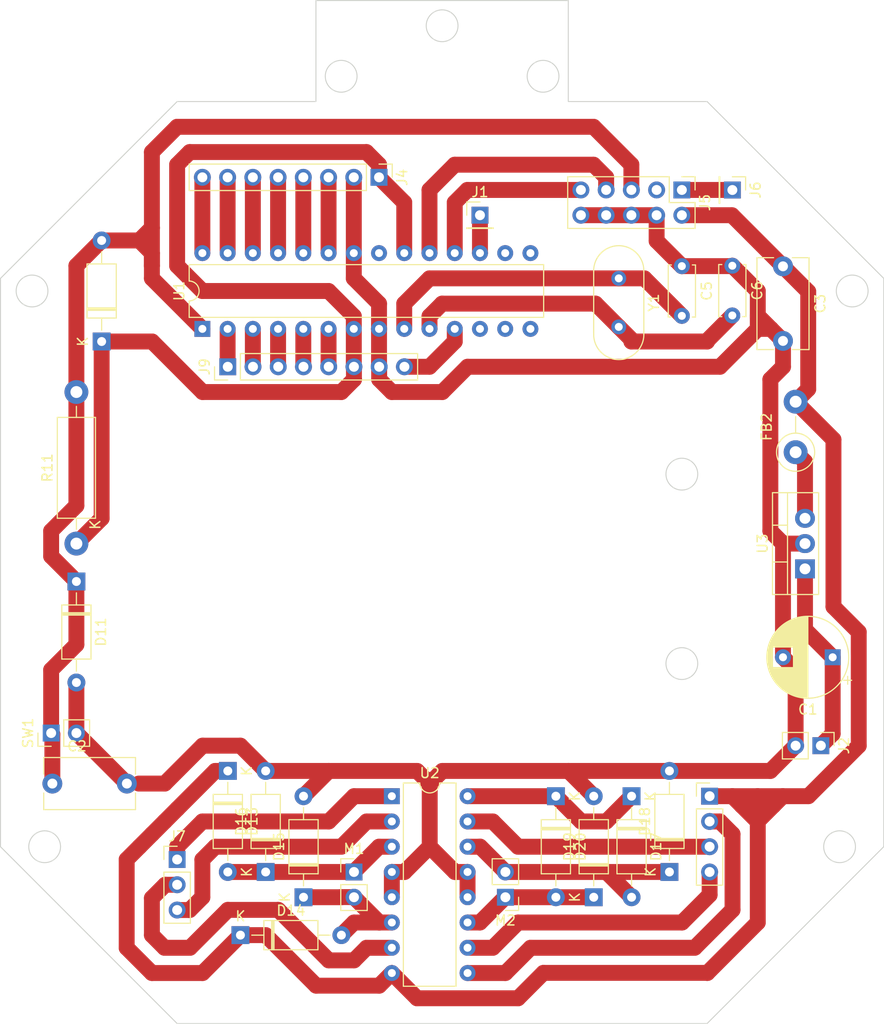
<source format=kicad_pcb>
(kicad_pcb (version 20221018) (generator pcbnew)
  (layers (0 "F.Cu" signal) (31 "B.Cu" signal) (34 "B.Paste" user) (35 "F.Paste" user) (36 "B.SilkS" user "B.Silkscreen") (37 "F.SilkS" user "F.Silkscreen") (38 "B.Mask" user) (39 "F.Mask" user) (44 "Edge.Cuts" user))
  (net 0 "")
  (net 1 "Net-(J2-Pin_1)")
  (net 2 "GND")
  (net 3 "Net-(D11-K)")
  (net 4 "VCC")
  (net 5 "Net-(U1-XTAL1{slash}PB6)")
  (net 6 "Net-(U1-XTAL2{slash}PB7)")
  (net 7 "Net-(D13-A)")
  (net 8 "Net-(D14-A)")
  (net 9 "Net-(D17-A)")
  (net 10 "Net-(D19-K)")
  (net 11 "Net-(U3-OUT)")
  (net 18 "Net-(J4-Pin_3)")
  (net 19 "Net-(J4-Pin_4)")
  (net 20 "Net-(J4-Pin_5)")
  (net 21 "Net-(J4-Pin_6)")
  (net 22 "Net-(J4-Pin_7)")
  (net 23 "Net-(J4-Pin_8)")
  (net 24 "Net-(J1-Pin_1)")
  (net 26 "Net-(J5-Pin_7)")
  (net 27 "Net-(J5-Pin_9)")
  (net 28 "Net-(J7-Pin_1)")
  (net 29 "Net-(J7-Pin_2)")
  (net 30 "Net-(J5-Pin_1)")
  (net 31 "Net-(J7-Pin_3)")
  (net 32 "Net-(J8-Pin_2)")
  (net 33 "Net-(J8-Pin_3)")
  (net 34 "Net-(J9-Pin_1)")
  (net 35 "Net-(J9-Pin_2)")
  (net 36 "Net-(J9-Pin_3)")
  (net 37 "Net-(J9-Pin_4)")
  (net 38 "Net-(J9-Pin_5)")
  (net 39 "Net-(J9-Pin_8)")
  (net 40 "Net-(J8-Pin_4)")
  (footprint "Diode_THT:D_A-405_P10.16mm_Horizontal" (layer "F.Cu") (at 92.73 133.35 -90)
    (fp_text reference "D13" (at 5.08 -2.47 90) (layer "F.SilkS"))
    (fp_text value "D")
    (fp_text user "K" (at 0 -1.9 90) (layer "F.SilkS"))
    (pad "1" thru_hole rect (at 0 0 270) (size 1.8 1.8) (drill 0.9) (layers "*.Cu" "*.Mask") (net 4 "VCC"))
    (pad "2" thru_hole oval (at 10.16 0 270) (size 1.8 1.8) (drill 0.9) (layers "*.Cu" "*.Mask") (net 7 "Net-(D13-A)"))
  )
  (footprint "Connector_PinHeader_2.54mm:PinHeader_1x01_P2.54mm_Vertical" (layer "F.Cu") (at 143.515 74.935 -90)
    (fp_text reference "J6" (at 0 -2.33 90) (layer "F.SilkS"))
    (fp_text value "Conn_01x01_Socket")
    (pad "1" thru_hole rect (at 0 0 270) (size 1.7 1.7) (drill 1) (layers "*.Cu" "*.Mask") (net 30 "Net-(J5-Pin_1)"))
  )
  (footprint "Diode_THT:D_A-405_P10.16mm_Horizontal" (layer "F.Cu") (at 96.54 143.51 90)
    (fp_text reference "D16" (at 5.08 -2.47 90) (layer "F.SilkS"))
    (fp_text value "D")
    (fp_text user "K" (at 0 -1.9 90) (layer "F.SilkS"))
    (pad "1" thru_hole rect (at 0 0 90) (size 1.8 1.8) (drill 0.9) (layers "*.Cu" "*.Mask") (net 7 "Net-(D13-A)"))
    (pad "2" thru_hole oval (at 10.16 0 90) (size 1.8 1.8) (drill 0.9) (layers "*.Cu" "*.Mask") (net 2 "GND"))
  )
  (footprint "Package_TO_SOT_THT:TO-220-3_Vertical" (layer "F.Cu") (at 150.825 113.03 90)
    (fp_text reference "U3" (at 2.54 -4.27 90) (layer "F.SilkS"))
    (fp_text value "L7805")
    (pad "1" thru_hole rect (at 0 0 90) (size 1.905 2) (drill 1.1) (layers "*.Cu" "*.Mask") (net 1 "Net-(J2-Pin_1)"))
    (pad "2" thru_hole oval (at 2.54 0 90) (size 1.905 2) (drill 1.1) (layers "*.Cu" "*.Mask") (net 2 "GND"))
    (pad "3" thru_hole oval (at 5.08 0 90) (size 1.905 2) (drill 1.1) (layers "*.Cu" "*.Mask") (net 11 "Net-(U3-OUT)"))
  )
  (footprint "Diode_THT:D_A-405_P10.16mm_Horizontal" (layer "F.Cu") (at 125.75 135.89 -90)
    (fp_text reference "D20" (at 5.08 -2.47 90) (layer "F.SilkS"))
    (fp_text value "D")
    (fp_text user "K" (at 0 -1.9 90) (layer "F.SilkS"))
    (pad "1" thru_hole rect (at 0 0 270) (size 1.8 1.8) (drill 0.9) (layers "*.Cu" "*.Mask") (net 4 "VCC"))
    (pad "2" thru_hole oval (at 10.16 0 270) (size 1.8 1.8) (drill 0.9) (layers "*.Cu" "*.Mask") (net 10 "Net-(D19-K)"))
  )
  (footprint "Connector_PinHeader_2.54mm:PinHeader_1x03_P2.54mm_Vertical" (layer "F.Cu") (at 87.63 142.255)
    (fp_text reference "J7" (at 0 -2.33) (layer "F.SilkS"))
    (fp_text value "Conn_01x03_Socket")
    (pad "1" thru_hole rect (at 0 0) (size 1.7 1.7) (drill 1) (layers "*.Cu" "*.Mask") (net 28 "Net-(J7-Pin_1)"))
    (pad "2" thru_hole oval (at 0 2.54) (size 1.7 1.7) (drill 1) (layers "*.Cu" "*.Mask") (net 29 "Net-(J7-Pin_2)"))
    (pad "3" thru_hole oval (at 0 5.08) (size 1.7 1.7) (drill 1) (layers "*.Cu" "*.Mask") (net 31 "Net-(J7-Pin_3)"))
  )
  (footprint "Resistor_THT:R_Axial_DIN0411_L9.9mm_D3.6mm_P5.08mm_Vertical" (layer "F.Cu") (at 149.88 101.3 90)
    (fp_text reference "FB2" (at 2.54 -2.92 90) (layer "F.SilkS"))
    (fp_text value "FerriteBead")
    (pad "1" thru_hole circle (at 0 0 90) (size 2.4 2.4) (drill 1.2) (layers "*.Cu" "*.Mask") (net 11 "Net-(U3-OUT)"))
    (pad "2" thru_hole oval (at 5.08 0 90) (size 2.4 2.4) (drill 1.2) (layers "*.Cu" "*.Mask") (net 4 "VCC"))
  )
  (footprint "Connector_PinHeader_2.54mm:PinHeader_1x02_P2.54mm_Vertical" (layer "F.Cu") (at 105.43 143.51)
    (fp_text reference "M1" (at 0 -2.33) (layer "F.SilkS"))
    (fp_text value "Motor_DC")
    (pad "1" thru_hole rect (at 0 0) (size 1.7 1.7) (drill 1) (layers "*.Cu" "*.Mask") (net 7 "Net-(D13-A)"))
    (pad "2" thru_hole oval (at 0 2.54) (size 1.7 1.7) (drill 1) (layers "*.Cu" "*.Mask") (net 8 "Net-(D14-A)"))
  )
  (footprint "Connector_PinHeader_2.54mm:PinHeader_1x02_P2.54mm_Vertical" (layer "F.Cu") (at 152.42 130.81 -90)
    (fp_text reference "J2" (at 0 -2.33 90) (layer "F.SilkS"))
    (fp_text value "Conn_01x02_Socket")
    (pad "1" thru_hole rect (at 0 0 270) (size 1.7 1.7) (drill 1) (layers "*.Cu" "*.Mask") (net 1 "Net-(J2-Pin_1)"))
    (pad "2" thru_hole oval (at 0 2.54 270) (size 1.7 1.7) (drill 1) (layers "*.Cu" "*.Mask") (net 2 "GND"))
  )
  (footprint "Diode_THT:D_A-405_P10.16mm_Horizontal" (layer "F.Cu") (at 77.49 114.3 -90)
    (fp_text reference "D11" (at 5.08 -2.47 90) (layer "F.SilkS"))
    (fp_text value "D")
    (fp_text user "K" (at -5.715 -1.9 90) (layer "F.SilkS"))
    (pad "1" thru_hole rect (at 0 0 270) (size 1.8 1.8) (drill 0.9) (layers "*.Cu" "*.Mask") (net 3 "Net-(D11-K)"))
    (pad "2" thru_hole oval (at 10.16 0 270) (size 1.8 1.8) (drill 0.9) (layers "*.Cu" "*.Mask") (net 2 "GND"))
  )
  (footprint "Diode_THT:D_A-405_P10.16mm_Horizontal" (layer "F.Cu") (at 133.37 135.89 -90)
    (fp_text reference "D17" (at 5.08 -2.47 90) (layer "F.SilkS"))
    (fp_text value "D")
    (fp_text user "K" (at 0 -1.9 90) (layer "F.SilkS"))
    (pad "1" thru_hole rect (at 0 0 270) (size 1.8 1.8) (drill 0.9) (layers "*.Cu" "*.Mask") (net 4 "VCC"))
    (pad "2" thru_hole oval (at 10.16 0 270) (size 1.8 1.8) (drill 0.9) (layers "*.Cu" "*.Mask") (net 9 "Net-(D17-A)"))
  )
  (footprint "Package_DIP:DIP-16_W7.62mm" (layer "F.Cu") (at 109.24 135.89)
    (fp_text reference "U2" (at 3.81 -2.33) (layer "F.SilkS"))
    (fp_text value "L293D")
    (pad "1" thru_hole rect (at 0 0) (size 1.6 1.6) (drill 0.8) (layers "*.Cu" "*.Mask") (net 28 "Net-(J7-Pin_1)"))
    (pad "2" thru_hole oval (at 0 2.54) (size 1.6 1.6) (drill 0.8) (layers "*.Cu" "*.Mask") (net 31 "Net-(J7-Pin_3)"))
    (pad "3" thru_hole oval (at 0 5.08) (size 1.6 1.6) (drill 0.8) (layers "*.Cu" "*.Mask") (net 7 "Net-(D13-A)"))
    (pad "4" thru_hole oval (at 0 7.62) (size 1.6 1.6) (drill 0.8) (layers "*.Cu" "*.Mask") (net 2 "GND"))
    (pad "5" thru_hole oval (at 0 10.16) (size 1.6 1.6) (drill 0.8) (layers "*.Cu" "*.Mask") (net 2 "GND"))
    (pad "6" thru_hole oval (at 0 12.7) (size 1.6 1.6) (drill 0.8) (layers "*.Cu" "*.Mask") (net 8 "Net-(D14-A)"))
    (pad "7" thru_hole oval (at 0 15.24) (size 1.6 1.6) (drill 0.8) (layers "*.Cu" "*.Mask") (net 29 "Net-(J7-Pin_2)"))
    (pad "8" thru_hole oval (at 0 17.78) (size 1.6 1.6) (drill 0.8) (layers "*.Cu" "*.Mask") (net 4 "VCC"))
    (pad "9" thru_hole oval (at 7.62 17.78) (size 1.6 1.6) (drill 0.8) (layers "*.Cu" "*.Mask") (net 32 "Net-(J8-Pin_2)"))
    (pad "10" thru_hole oval (at 7.62 15.24) (size 1.6 1.6) (drill 0.8) (layers "*.Cu" "*.Mask") (net 40 "Net-(J8-Pin_4)"))
    (pad "11" thru_hole oval (at 7.62 12.7) (size 1.6 1.6) (drill 0.8) (layers "*.Cu" "*.Mask") (net 10 "Net-(D19-K)"))
    (pad "12" thru_hole oval (at 7.62 10.16) (size 1.6 1.6) (drill 0.8) (layers "*.Cu" "*.Mask") (net 2 "GND"))
    (pad "13" thru_hole oval (at 7.62 7.62) (size 1.6 1.6) (drill 0.8) (layers "*.Cu" "*.Mask") (net 2 "GND"))
    (pad "14" thru_hole oval (at 7.62 5.08) (size 1.6 1.6) (drill 0.8) (layers "*.Cu" "*.Mask") (net 9 "Net-(D17-A)"))
    (pad "15" thru_hole oval (at 7.62 2.54) (size 1.6 1.6) (drill 0.8) (layers "*.Cu" "*.Mask") (net 33 "Net-(J8-Pin_3)"))
    (pad "16" thru_hole oval (at 7.62 0) (size 1.6 1.6) (drill 0.8) (layers "*.Cu" "*.Mask") (net 4 "VCC"))
  )
  (footprint "Diode_THT:D_A-405_P10.16mm_Horizontal" (layer "F.Cu") (at 137.18 143.51 90)
    (fp_text reference "D18" (at 5.08 -2.47 90) (layer "F.SilkS"))
    (fp_text value "D")
    (fp_text user "K" (at 0 -1.9 90) (layer "F.SilkS"))
    (pad "1" thru_hole rect (at 0 0 90) (size 1.8 1.8) (drill 0.9) (layers "*.Cu" "*.Mask") (net 9 "Net-(D17-A)"))
    (pad "2" thru_hole oval (at 10.16 0 90) (size 1.8 1.8) (drill 0.9) (layers "*.Cu" "*.Mask") (net 2 "GND"))
  )
  (footprint "Capacitor_THT:C_Disc_D5.0mm_W2.5mm_P5.00mm" (layer "F.Cu") (at 143.51 82.55 -90)
    (fp_text reference "C6" (at 2.5 -2.5 90) (layer "F.SilkS"))
    (fp_text value "22pF")
    (pad "1" thru_hole circle (at 0 0 270) (size 1.6 1.6) (drill 0.8) (layers "*.Cu" "*.Mask") (net 2 "GND"))
    (pad "2" thru_hole circle (at 5 0 270) (size 1.6 1.6) (drill 0.8) (layers "*.Cu" "*.Mask") (net 6 "Net-(U1-XTAL2{slash}PB7)"))
  )
  (footprint "Diode_THT:D_A-405_P10.16mm_Horizontal" (layer "F.Cu") (at 94 149.86)
    (fp_text reference "D14" (at 5.08 -2.47) (layer "F.SilkS"))
    (fp_text value "D")
    (fp_text user "K" (at 0 -1.9) (layer "F.SilkS"))
    (pad "1" thru_hole rect (at 0 0) (size 1.8 1.8) (drill 0.9) (layers "*.Cu" "*.Mask") (net 4 "VCC"))
    (pad "2" thru_hole oval (at 10.16 0) (size 1.8 1.8) (drill 0.9) (layers "*.Cu" "*.Mask") (net 8 "Net-(D14-A)"))
  )
  (footprint "Diode_THT:D_A-405_P10.16mm_Horizontal" (layer "F.Cu") (at 100.35 146.05 90)
    (fp_text reference "D15" (at 5.08 -2.47 90) (layer "F.SilkS"))
    (fp_text value "D")
    (fp_text user "K" (at 0 -1.9 90) (layer "F.SilkS"))
    (pad "1" thru_hole rect (at 0 0 90) (size 1.8 1.8) (drill 0.9) (layers "*.Cu" "*.Mask") (net 8 "Net-(D14-A)"))
    (pad "2" thru_hole oval (at 10.16 0 90) (size 1.8 1.8) (drill 0.9) (layers "*.Cu" "*.Mask") (net 2 "GND"))
  )
  (footprint "Connector_PinHeader_2.54mm:PinHeader_2x05_P2.54mm_Vertical" (layer "F.Cu") (at 138.43 74.93 -90)
    (fp_text reference "J5" (at 1.27 -2.33 90) (layer "F.SilkS"))
    (fp_text value "Conn_02x05_Odd_Even")
    (pad "1" thru_hole rect (at 0 0 270) (size 1.7 1.7) (drill 1) (layers "*.Cu" "*.Mask") (net 30 "Net-(J5-Pin_1)"))
    (pad "2" thru_hole oval (at 2.54 0 270) (size 1.7 1.7) (drill 1) (layers "*.Cu" "*.Mask") (net 4 "VCC"))
    (pad "3" thru_hole oval (at 0 2.54 270) (size 1.7 1.7) (drill 1) (layers "*.Cu" "*.Mask"))
    (pad "4" thru_hole oval (at 2.54 2.54 270) (size 1.7 1.7) (drill 1) (layers "*.Cu" "*.Mask") (net 2 "GND"))
    (pad "5" thru_hole oval (at 0 5.08 270) (size 1.7 1.7) (drill 1) (layers "*.Cu" "*.Mask") (net 3 "Net-(D11-K)"))
    (pad "6" thru_hole oval (at 2.54 5.08 270) (size 1.7 1.7) (drill 1) (layers "*.Cu" "*.Mask") (net 2 "GND"))
    (pad "7" thru_hole oval (at 0 7.62 270) (size 1.7 1.7) (drill 1) (layers "*.Cu" "*.Mask") (net 26 "Net-(J5-Pin_7)"))
    (pad "8" thru_hole oval (at 2.54 7.62 270) (size 1.7 1.7) (drill 1) (layers "*.Cu" "*.Mask") (net 2 "GND"))
    (pad "9" thru_hole oval (at 0 10.16 270) (size 1.7 1.7) (drill 1) (layers "*.Cu" "*.Mask") (net 27 "Net-(J5-Pin_9)"))
    (pad "10" thru_hole oval (at 2.54 10.16 270) (size 1.7 1.7) (drill 1) (layers "*.Cu" "*.Mask") (net 2 "GND"))
  )
  (footprint "Connector_PinHeader_2.54mm:PinHeader_1x02_P2.54mm_Vertical" (layer "F.Cu") (at 120.67 146.05 180)
    (fp_text reference "M2" (at 0 -2.33) (layer "F.SilkS"))
    (fp_text value "Motor_DC")
    (pad "1" thru_hole rect (at 0 0 180) (size 1.7 1.7) (drill 1) (layers "*.Cu" "*.Mask") (net 10 "Net-(D19-K)"))
    (pad "2" thru_hole oval (at 0 2.54 180) (size 1.7 1.7) (drill 1) (layers "*.Cu" "*.Mask") (net 9 "Net-(D17-A)"))
  )
  (footprint "Connector_PinHeader_2.54mm:PinHeader_1x08_P2.54mm_Vertical" (layer "F.Cu") (at 107.95 73.66 -90)
    (fp_text reference "J4" (at 0 -2.33 90) (layer "F.SilkS"))
    (fp_text value "Conn_01x08_Socket")
    (pad "1" thru_hole rect (at 0 0 270) (size 1.7 1.7) (drill 1) (layers "*.Cu" "*.Mask") (net 4 "VCC"))
    (pad "2" thru_hole oval (at 0 2.54 270) (size 1.7 1.7) (drill 1) (layers "*.Cu" "*.Mask") (net 2 "GND"))
    (pad "3" thru_hole oval (at 0 5.08 270) (size 1.7 1.7) (drill 1) (layers "*.Cu" "*.Mask") (net 18 "Net-(J4-Pin_3)"))
    (pad "4" thru_hole oval (at 0 7.62 270) (size 1.7 1.7) (drill 1) (layers "*.Cu" "*.Mask") (net 19 "Net-(J4-Pin_4)"))
    (pad "5" thru_hole oval (at 0 10.16 270) (size 1.7 1.7) (drill 1) (layers "*.Cu" "*.Mask") (net 20 "Net-(J4-Pin_5)"))
    (pad "6" thru_hole oval (at 0 12.7 270) (size 1.7 1.7) (drill 1) (layers "*.Cu" "*.Mask") (net 21 "Net-(J4-Pin_6)"))
    (pad "7" thru_hole oval (at 0 15.24 270) (size 1.7 1.7) (drill 1) (layers "*.Cu" "*.Mask") (net 22 "Net-(J4-Pin_7)"))
    (pad "8" thru_hole oval (at 0 17.78 270) (size 1.7 1.7) (drill 1) (layers "*.Cu" "*.Mask") (net 23 "Net-(J4-Pin_8)"))
  )
  (footprint "Resistor_THT:R_Axial_DIN0411_L9.9mm_D3.6mm_P15.24mm_Horizontal" (layer "F.Cu") (at 77.49 110.49 90)
    (fp_text reference "R11" (at 7.62 -2.92 90) (layer "F.SilkS"))
    (fp_text value "4.7k")
    (pad "1" thru_hole circle (at 0 0 90) (size 2.4 2.4) (drill 1.2) (layers "*.Cu" "*.Mask") (net 4 "VCC"))
    (pad "2" thru_hole oval (at 15.24 0 90) (size 2.4 2.4) (drill 1.2) (layers "*.Cu" "*.Mask") (net 3 "Net-(D11-K)"))
  )
  (footprint "Diode_THT:D_A-405_P10.16mm_Horizontal" (layer "F.Cu") (at 80.03 90.17 90)
    (fp_text reference "D8" hide)
    (fp_text value "D")
    (fp_text user "K" (at 0 -1.9 90) (layer "F.SilkS"))
    (pad "1" thru_hole rect (at 0 0 90) (size 1.8 1.8) (drill 0.9) (layers "*.Cu" "*.Mask") (net 4 "VCC"))
    (pad "2" thru_hole oval (at 10.16 0 90) (size 1.8 1.8) (drill 0.9) (layers "*.Cu" "*.Mask") (net 3 "Net-(D11-K)"))
  )
  (footprint "Capacitor_THT:C_Disc_D9.0mm_W5.0mm_P7.50mm" (layer "F.Cu") (at 75.07 134.62)
    (fp_text reference "C2" (at 2.48 -3.75) (layer "F.SilkS"))
    (fp_text value "100nF")
    (pad "1" thru_hole circle (at 0 0) (size 2 2) (drill 1) (layers "*.Cu" "*.Mask") (net 3 "Net-(D11-K)"))
    (pad "2" thru_hole circle (at 7.5 0) (size 2 2) (drill 1) (layers "*.Cu" "*.Mask") (net 2 "GND"))
  )
  (footprint "Connector_PinHeader_2.54mm:PinHeader_1x04_P2.54mm_Vertical" (layer "F.Cu") (at 141.224 135.89)
    (fp_text reference "J8" hide)
    (fp_text value "Conn_01x04_Socket")
    (pad "1" thru_hole rect (at 0 0) (size 1.7 1.7) (drill 1) (layers "*.Cu" "*.Mask") (net 4 "VCC"))
    (pad "2" thru_hole oval (at 0 2.54) (size 1.7 1.7) (drill 1) (layers "*.Cu" "*.Mask") (net 32 "Net-(J8-Pin_2)"))
    (pad "3" thru_hole oval (at 0 5.08) (size 1.7 1.7) (drill 1) (layers "*.Cu" "*.Mask") (net 33 "Net-(J8-Pin_3)"))
    (pad "4" thru_hole oval (at 0 7.62) (size 1.7 1.7) (drill 1) (layers "*.Cu" "*.Mask") (net 40 "Net-(J8-Pin_4)"))
  )
  (footprint "Capacitor_THT:C_Disc_D9.0mm_W5.0mm_P7.50mm" (layer "F.Cu") (at 148.61 82.61 -90)
    (fp_text reference "C3" (at 3.75 -3.75 90) (layer "F.SilkS"))
    (fp_text value "100nF")
    (pad "1" thru_hole circle (at 0 0 270) (size 2 2) (drill 1) (layers "*.Cu" "*.Mask") (net 4 "VCC"))
    (pad "2" thru_hole circle (at 7.5 0 270) (size 2 2) (drill 1) (layers "*.Cu" "*.Mask") (net 2 "GND"))
  )
  (footprint "Capacitor_THT:C_Disc_D5.0mm_W2.5mm_P5.00mm" (layer "F.Cu") (at 138.43 82.59 -90)
    (fp_text reference "C5" (at 2.5 -2.5 90) (layer "F.SilkS"))
    (fp_text value "22pF")
    (pad "1" thru_hole circle (at 0 0 270) (size 1.6 1.6) (drill 0.8) (layers "*.Cu" "*.Mask") (net 2 "GND"))
    (pad "2" thru_hole circle (at 5 0 270) (size 1.6 1.6) (drill 0.8) (layers "*.Cu" "*.Mask") (net 5 "Net-(U1-XTAL1{slash}PB6)"))
  )
  (footprint "Crystal:Crystal_HC49-4H_Vertical" (layer "F.Cu") (at 132.08 83.82 -90)
    (fp_text reference "Y1" (at 2.44 -3.525 90) (layer "F.SilkS"))
    (fp_text value "Crystal")
    (pad "1" thru_hole circle (at 0 0 270) (size 1.5 1.5) (drill 0.8) (layers "*.Cu" "*.Mask") (net 5 "Net-(U1-XTAL1{slash}PB6)"))
    (pad "2" thru_hole circle (at 4.88 0 270) (size 1.5 1.5) (drill 0.8) (layers "*.Cu" "*.Mask") (net 6 "Net-(U1-XTAL2{slash}PB7)"))
  )
  (footprint "Connector_PinHeader_2.54mm:PinHeader_1x01_P2.54mm_Vertical" (layer "F.Cu") (at 118.11 77.47)
    (fp_text reference "J1" (at 0 -2.33) (layer "F.SilkS"))
    (fp_text value "Conn_01x01_Socket")
    (pad "1" thru_hole rect (at 0 0) (size 1.7 1.7) (drill 1) (layers "*.Cu" "*.Mask") (net 24 "Net-(J1-Pin_1)"))
  )
  (footprint "Package_DIP:DIP-28_W7.62mm" (layer "F.Cu") (at 90.17 88.9 90)
    (fp_text reference "U1" (at 3.81 -2.33 90) (layer "F.SilkS"))
    (fp_text value "ATmega328-P")
    (pad "1" thru_hole rect (at 0 0 90) (size 1.6 1.6) (drill 0.8) (layers "*.Cu" "*.Mask") (net 3 "Net-(D11-K)"))
    (pad "2" thru_hole oval (at 0 2.54 90) (size 1.6 1.6) (drill 0.8) (layers "*.Cu" "*.Mask") (net 34 "Net-(J9-Pin_1)"))
    (pad "3" thru_hole oval (at 0 5.08 90) (size 1.6 1.6) (drill 0.8) (layers "*.Cu" "*.Mask") (net 35 "Net-(J9-Pin_2)"))
    (pad "4" thru_hole oval (at 0 7.62 90) (size 1.6 1.6) (drill 0.8) (layers "*.Cu" "*.Mask") (net 36 "Net-(J9-Pin_3)"))
    (pad "5" thru_hole oval (at 0 10.16 90) (size 1.6 1.6) (drill 0.8) (layers "*.Cu" "*.Mask") (net 37 "Net-(J9-Pin_4)"))
    (pad "6" thru_hole oval (at 0 12.7 90) (size 1.6 1.6) (drill 0.8) (layers "*.Cu" "*.Mask") (net 38 "Net-(J9-Pin_5)"))
    (pad "7" thru_hole oval (at 0 15.24 90) (size 1.6 1.6) (drill 0.8) (layers "*.Cu" "*.Mask") (net 4 "VCC"))
    (pad "8" thru_hole oval (at 0 17.78 90) (size 1.6 1.6) (drill 0.8) (layers "*.Cu" "*.Mask") (net 2 "GND"))
    (pad "9" thru_hole oval (at 0 20.32 90) (size 1.6 1.6) (drill 0.8) (layers "*.Cu" "*.Mask") (net 5 "Net-(U1-XTAL1{slash}PB6)"))
    (pad "10" thru_hole oval (at 0 22.86 90) (size 1.6 1.6) (drill 0.8) (layers "*.Cu" "*.Mask") (net 6 "Net-(U1-XTAL2{slash}PB7)"))
    (pad "11" thru_hole oval (at 0 25.4 90) (size 1.6 1.6) (drill 0.8) (layers "*.Cu" "*.Mask") (net 39 "Net-(J9-Pin_8)"))
    (pad "12" thru_hole oval (at 0 27.94 90) (size 1.6 1.6) (drill 0.8) (layers "*.Cu" "*.Mask"))
    (pad "13" thru_hole oval (at 0 30.48 90) (size 1.6 1.6) (drill 0.8) (layers "*.Cu" "*.Mask"))
    (pad "14" thru_hole oval (at 0 33.02 90) (size 1.6 1.6) (drill 0.8) (layers "*.Cu" "*.Mask"))
    (pad "15" thru_hole oval (at 7.62 33.02 90) (size 1.6 1.6) (drill 0.8) (layers "*.Cu" "*.Mask"))
    (pad "16" thru_hole oval (at 7.62 30.48 90) (size 1.6 1.6) (drill 0.8) (layers "*.Cu" "*.Mask"))
    (pad "17" thru_hole oval (at 7.62 27.94 90) (size 1.6 1.6) (drill 0.8) (layers "*.Cu" "*.Mask") (net 24 "Net-(J1-Pin_1)"))
    (pad "18" thru_hole oval (at 7.62 25.4 90) (size 1.6 1.6) (drill 0.8) (layers "*.Cu" "*.Mask") (net 27 "Net-(J5-Pin_9)"))
    (pad "19" thru_hole oval (at 7.62 22.86 90) (size 1.6 1.6) (drill 0.8) (layers "*.Cu" "*.Mask") (net 26 "Net-(J5-Pin_7)"))
    (pad "20" thru_hole oval (at 7.62 20.32 90) (size 1.6 1.6) (drill 0.8) (layers "*.Cu" "*.Mask") (net 4 "VCC"))
    (pad "21" thru_hole oval (at 7.62 17.78 90) (size 1.6 1.6) (drill 0.8) (layers "*.Cu" "*.Mask"))
    (pad "22" thru_hole oval (at 7.62 15.24 90) (size 1.6 1.6) (drill 0.8) (layers "*.Cu" "*.Mask") (net 2 "GND"))
    (pad "23" thru_hole oval (at 7.62 12.7 90) (size 1.6 1.6) (drill 0.8) (layers "*.Cu" "*.Mask") (net 18 "Net-(J4-Pin_3)"))
    (pad "24" thru_hole oval (at 7.62 10.16 90) (size 1.6 1.6) (drill 0.8) (layers "*.Cu" "*.Mask") (net 19 "Net-(J4-Pin_4)"))
    (pad "25" thru_hole oval (at 7.62 7.62 90) (size 1.6 1.6) (drill 0.8) (layers "*.Cu" "*.Mask") (net 20 "Net-(J4-Pin_5)"))
    (pad "26" thru_hole oval (at 7.62 5.08 90) (size 1.6 1.6) (drill 0.8) (layers "*.Cu" "*.Mask") (net 21 "Net-(J4-Pin_6)"))
    (pad "27" thru_hole oval (at 7.62 2.54 90) (size 1.6 1.6) (drill 0.8) (layers "*.Cu" "*.Mask") (net 22 "Net-(J4-Pin_7)"))
    (pad "28" thru_hole oval (at 7.62 0 90) (size 1.6 1.6) (drill 0.8) (layers "*.Cu" "*.Mask") (net 23 "Net-(J4-Pin_8)"))
  )
  (footprint "Diode_THT:D_A-405_P10.16mm_Horizontal" (layer "F.Cu") (at 129.56 146.05 90)
    (fp_text reference "D19" (at 5.08 -2.47 90) (layer "F.SilkS"))
    (fp_text value "D")
    (fp_text user "K" (at 0 -1.9 90) (layer "F.SilkS"))
    (pad "1" thru_hole rect (at 0 0 90) (size 1.8 1.8) (drill 0.9) (layers "*.Cu" "*.Mask") (net 10 "Net-(D19-K)"))
    (pad "2" thru_hole oval (at 10.16 0 90) (size 1.8 1.8) (drill 0.9) (layers "*.Cu" "*.Mask") (net 2 "GND"))
  )
  (footprint "Connector_PinHeader_2.54mm:PinHeader_1x02_P2.54mm_Vertical" (layer "F.Cu") (at 74.95 129.54 90)
    (fp_text reference "SW1" (at 0 -2.33 90) (layer "F.SilkS"))
    (fp_text value "SW_Push")
    (pad "1" thru_hole rect (at 0 0 90) (size 1.7 1.7) (drill 1) (layers "*.Cu" "*.Mask") (net 3 "Net-(D11-K)"))
    (pad "2" thru_hole oval (at 0 2.54 90) (size 1.7 1.7) (drill 1) (layers "*.Cu" "*.Mask") (net 2 "GND"))
  )
  (footprint "Capacitor_THT:CP_Radial_D8.0mm_P5.00mm" (layer "F.Cu") (at 153.61 121.92 180)
    (fp_text reference "C1" (at 2.5 -5.25) (layer "F.SilkS"))
    (fp_text value "470uF")
    (pad "1" thru_hole rect (at 0 0 180) (size 1.6 1.6) (drill 0.8) (layers "*.Cu" "*.Mask") (net 1 "Net-(J2-Pin_1)"))
    (pad "2" thru_hole circle (at 5 0 180) (size 1.6 1.6) (drill 0.8) (layers "*.Cu" "*.Mask") (net 2 "GND"))
  )
  (footprint "Connector_PinHeader_2.54mm:PinHeader_1x08_P2.54mm_Vertical" (layer "F.Cu") (at 92.725 92.71 90)
    (fp_text reference "J9" (at 0 -2.33 90) (layer "F.SilkS"))
    (fp_text value "Conn_01x08_Socket")
    (pad "1" thru_hole rect (at 0 0 90) (size 1.7 1.7) (drill 1) (layers "*.Cu" "*.Mask") (net 34 "Net-(J9-Pin_1)"))
    (pad "2" thru_hole oval (at 0 2.54 90) (size 1.7 1.7) (drill 1) (layers "*.Cu" "*.Mask") (net 35 "Net-(J9-Pin_2)"))
    (pad "3" thru_hole oval (at 0 5.08 90) (size 1.7 1.7) (drill 1) (layers "*.Cu" "*.Mask") (net 36 "Net-(J9-Pin_3)"))
    (pad "4" thru_hole oval (at 0 7.62 90) (size 1.7 1.7) (drill 1) (layers "*.Cu" "*.Mask") (net 37 "Net-(J9-Pin_4)"))
    (pad "5" thru_hole oval (at 0 10.16 90) (size 1.7 1.7) (drill 1) (layers "*.Cu" "*.Mask") (net 38 "Net-(J9-Pin_5)"))
    (pad "6" thru_hole oval (at 0 12.7 90) (size 1.7 1.7) (drill 1) (layers "*.Cu" "*.Mask") (net 4 "VCC"))
    (pad "7" thru_hole oval (at 0 15.24 90) (size 1.7 1.7) (drill 1) (layers "*.Cu" "*.Mask") (net 2 "GND"))
    (pad "8" thru_hole oval (at 0 17.78 90) (size 1.7 1.7) (drill 1) (layers "*.Cu" "*.Mask") (net 39 "Net-(J9-Pin_8)"))
  )
  (gr_circle (center 155.575 85.09) (end 157.175 85.09) (stroke (width 0.1)) (fill none) (layer "Edge.Cuts"))
  (gr_circle (center 73.025 85.09) (end 74.625 85.09) (stroke (width 0.1)) (fill none) (layer "Edge.Cuts"))
  (gr_circle (center 138.43 103.505) (end 140.03 103.505) (stroke (width 0.1)) (fill none) (layer "Edge.Cuts"))
  (gr_circle (center 124.46 63.5) (end 126.06 63.5) (stroke (width 0.1)) (fill none) (layer "Edge.Cuts"))
  (gr_circle (center 104.14 63.5) (end 105.74 63.5) (stroke (width 0.1)) (fill none) (layer "Edge.Cuts"))
  (gr_circle (center 138.43 122.555) (end 140.03 122.555) (stroke (width 0.1)) (fill none) (layer "Edge.Cuts"))
  (gr_poly (pts (xy 101.6 55.88) (xy 127 55.88) (xy 127 66.04) (xy 140.97 66.04) (xy 158.75 83.82) (xy 158.75 140.97) (xy 140.97 158.75) (xy 87.63 158.75) (xy 69.85 140.97) (xy 69.85 83.82) (xy 87.63 66.04) (xy 101.6 66.04)) (stroke (width 0.1)) (fill none) (layer "Edge.Cuts"))
  (gr_circle (center 114.3 58.42) (end 115.9 58.42) (stroke (width 0.1)) (fill none) (layer "Edge.Cuts"))
  (gr_circle (center 74.295 140.97) (end 75.895 140.97) (stroke (width 0.1)) (fill none) (layer "Edge.Cuts"))
  (gr_circle (center 154.305 140.97) (end 155.905 140.97) (stroke (width 0.1)) (fill none) (layer "Edge.Cuts"))
  (segment (start 150.825 119.135) (end 153.61 121.92) (width 1.6) (layer "F.Cu") (net 1))
  (segment (start 153.61 121.92) (end 153.61 129.62) (width 1.6) (layer "F.Cu") (net 1))
  (segment (start 153.61 129.62) (end 152.42 130.81) (width 1.6) (layer "F.Cu") (net 1))
  (segment (start 150.825 113.03) (end 150.825 119.135) (width 1.6) (layer "F.Cu") (net 1))
  (segment (start 113.05 140.97) (end 113.05 134.62) (width 1.6) (layer "F.Cu") (net 2))
  (segment (start 147.34 93.98) (end 148.61 92.71) (width 1.6) (layer "F.Cu") (net 2))
  (segment (start 148.61 90.11) (end 147.4 88.9) (width 1.6) (layer "F.Cu") (net 2))
  (segment (start 148.61 110.49) (end 147.34 109.22) (width 1.6) (layer "F.Cu") (net 2))
  (segment (start 107.95 86.36) (end 105.41 83.82) (width 1.6) (layer "F.Cu") (net 2))
  (segment (start 109.24 143.51) (end 109.24 146.05) (width 1.6) (layer "F.Cu") (net 2))
  (segment (start 146.07 85.09) (end 146.07 87.63) (width 1.6) (layer "F.Cu") (net 2))
  (segment (start 116.86 143.51) (end 116.86 146.05) (width 1.6) (layer "F.Cu") (net 2))
  (segment (start 77.49 129.54) (end 82.57 134.62) (width 1.6) (layer "F.Cu") (net 2))
  (segment (start 148.61 110.49) (end 148.61 121.92) (width 1.6) (layer "F.Cu") (net 2))
  (segment (start 147.34 109.22) (end 147.34 93.98) (width 1.6) (layer "F.Cu") (net 2))
  (segment (start 83.77 134.62) (end 86.38 134.62) (width 1.6) (layer "F.Cu") (net 2))
  (segment (start 114.32 95.25) (end 109.24 95.25) (width 1.6) (layer "F.Cu") (net 2))
  (segment (start 116.86 92.71) (end 114.32 95.25) (width 1.6) (layer "F.Cu") (net 2))
  (segment (start 143.51 82.55) (end 146.05 85.09) (width 1.6) (layer "F.Cu") (net 2))
  (segment (start 137.18 133.35) (end 147.34 133.35) (width 1.6) (layer "F.Cu") (net 2))
  (segment (start 96.54 133.35) (end 102.89 133.35) (width 1.6) (layer "F.Cu") (net 2))
  (segment (start 133.35 77.47) (end 130.81 77.47) (width 1.6) (layer "F.Cu") (net 2))
  (segment (start 107.95 92.695) (end 107.965 92.71) (width 1.6) (layer "F.Cu") (net 2))
  (segment (start 102.89 133.35) (end 111.78 133.35) (width 1.6) (layer "F.Cu") (net 2))
  (segment (start 128.27 77.47) (end 130.81 77.47) (width 1.6) (layer "F.Cu") (net 2))
  (segment (start 105.41 73.66) (end 105.41 81.28) (width 1.6) (layer "F.Cu") (net 2))
  (segment (start 110.51 143.51) (end 109.24 143.51) (width 1.6) (layer "F.Cu") (net 2))
  (segment (start 149.88 130.81) (end 149.88 123.19) (width 1.6) (layer "F.Cu") (net 2))
  (segment (start 115.59 143.51) (end 113.05 140.97) (width 1.6) (layer "F.Cu") (net 2))
  (segment (start 94 130.81) (end 90.19 130.81) (width 1.6) (layer "F.Cu") (net 2))
  (segment (start 116.86 143.51) (end 115.59 143.51) (width 1.6) (layer "F.Cu") (net 2))
  (segment (start 146.07 88.9) (end 142.26 92.71) (width 1.6) (layer "F.Cu") (net 2))
  (segment (start 86.38 134.62) (end 90.19 130.81) (width 1.6) (layer "F.Cu") (net 2))
  (segment (start 113.05 134.62) (end 114.32 133.35) (width 1.6) (layer "F.Cu") (net 2))
  (segment (start 146.13 87.63) (end 147.4 88.9) (width 1.6) (layer "F.Cu") (net 2))
  (segment (start 147.34 133.35) (end 149.88 130.81) (width 1.6) (layer "F.Cu") (net 2))
  (segment (start 147.4 88.9) (end 146.07 88.9) (width 1.6) (layer "F.Cu") (net 2))
  (segment (start 114.32 133.35) (end 127.02 133.35) (width 1.6) (layer "F.Cu") (net 2))
  (segment (start 135.89 77.47) (end 133.35 77.47) (width 1.6) (layer "F.Cu") (net 2))
  (segment (start 100.35 135.89) (end 102.89 133.35) (width 1.6) (layer "F.Cu") (net 2))
  (segment (start 146.05 85.09) (end 146.07 85.09) (width 1.6) (layer "F.Cu") (net 2))
  (segment (start 135.89 80.05) (end 138.43 82.59) (width 1.6) (layer "F.Cu") (net 2))
  (segment (start 105.41 83.82) (end 105.41 81.28) (width 1.6) (layer "F.Cu") (net 2))
  (segment (start 148.61 92.71) (end 148.61 90.11) (width 1.6) (layer "F.Cu") (net 2))
  (segment (start 137.18 133.35) (end 127.02 133.35) (width 1.6) (layer "F.Cu") (net 2))
  (segment (start 135.89 77.47) (end 135.89 80.05) (width 1.6) (layer "F.Cu") (net 2))
  (segment (start 77.49 124.46) (end 77.49 129.54) (width 1.6) (layer "F.Cu") (net 2))
  (segment (start 146.07 87.63) (end 146.13 87.63) (width 1.6) (layer "F.Cu") (net 2))
  (segment (start 129.56 135.89) (end 127.02 133.35) (width 1.6) (layer "F.Cu") (net 2))
  (segment (start 109.24 95.25) (end 107.965 93.975) (width 1.6) (layer "F.Cu") (net 2))
  (segment (start 107.95 88.9) (end 107.95 92.695) (width 1.6) (layer "F.Cu") (net 2))
  (segment (start 107.95 88.9) (end 107.95 86.36) (width 1.6) (layer "F.Cu") (net 2))
  (segment (start 143.47 82.59) (end 143.51 82.55) (width 1.6) (layer "F.Cu") (net 2))
  (segment (start 150.825 110.49) (end 148.61 110.49) (width 1.6) (layer "F.Cu") (net 2))
  (segment (start 96.54 133.35) (end 94 130.81) (width 1.6) (layer "F.Cu") (net 2))
  (segment (start 138.43 82.59) (end 143.47 82.59) (width 1.6) (layer "F.Cu") (net 2))
  (segment (start 107.965 93.975) (end 107.965 92.71) (width 1.6) (layer "F.Cu") (net 2))
  (segment (start 146.07 87.63) (end 146.07 88.9) (width 1.6) (layer "F.Cu") (net 2))
  (segment (start 111.78 133.35) (end 113.05 134.62) (width 1.6) (layer "F.Cu") (net 2))
  (segment (start 113.05 140.97) (end 110.51 143.51) (width 1.6) (layer "F.Cu") (net 2))
  (segment (start 149.88 123.19) (end 148.61 121.92) (width 1.6) (layer "F.Cu") (net 2))
  (segment (start 142.26 92.71) (end 116.86 92.71) (width 1.6) (layer "F.Cu") (net 2))
  (segment (start 90.17 88.9) (end 85.09 83.82) (width 1.6) (layer "F.Cu") (net 3))
  (segment (start 129.54 68.58) (end 133.35 72.39) (width 1.6) (layer "F.Cu") (net 3))
  (segment (start 80.03 80.01) (end 77.49 82.55) (width 1.6) (layer "F.Cu") (net 3))
  (segment (start 77.49 82.55) (end 77.49 95.25) (width 1.6) (layer "F.Cu") (net 3))
  (segment (start 85.09 81.28) (end 85.09 82.55) (width 1.6) (layer "F.Cu") (net 3))
  (segment (start 74.95 111.76) (end 77.49 114.3) (width 1.6) (layer "F.Cu") (net 3))
  (segment (start 85.09 82.55) (end 85.09 78.74) (width 1.6) (layer "F.Cu") (net 3))
  (segment (start 83.82 80.01) (end 85.09 78.74) (width 1.6) (layer "F.Cu") (net 3))
  (segment (start 75.07 129.66) (end 74.95 129.54) (width 1.6) (layer "F.Cu") (net 3))
  (segment (start 87.63 68.58) (end 129.54 68.58) (width 1.6) (layer "F.Cu") (net 3))
  (segment (start 77.49 120.65) (end 74.95 123.19) (width 1.6) (layer "F.Cu") (net 3))
  (segment (start 133.35 72.39) (end 133.35 74.93) (width 1.6) (layer "F.Cu") (net 3))
  (segment (start 77.49 95.25) (end 77.49 106.68) (width 1.6) (layer "F.Cu") (net 3))
  (segment (start 83.82 80.01) (end 85.09 81.28) (width 1.6) (layer "F.Cu") (net 3))
  (segment (start 85.09 83.82) (end 85.09 82.55) (width 1.6) (layer "F.Cu") (net 3))
  (segment (start 74.95 109.22) (end 74.95 111.76) (width 1.6) (layer "F.Cu") (net 3))
  (segment (start 74.95 123.19) (end 74.95 129.54) (width 1.6) (layer "F.Cu") (net 3))
  (segment (start 85.09 71.12) (end 87.63 68.58) (width 1.6) (layer "F.Cu") (net 3))
  (segment (start 77.49 114.3) (end 77.49 120.65) (width 1.6) (layer "F.Cu") (net 3))
  (segment (start 85.09 78.74) (end 85.09 71.12) (width 1.6) (layer "F.Cu") (net 3))
  (segment (start 83.82 80.01) (end 80.03 80.01) (width 1.6) (layer "F.Cu") (net 3))
  (segment (start 75.07 134.62) (end 75.07 129.66) (width 1.6) (layer "F.Cu") (net 3))
  (segment (start 77.49 106.68) (end 74.95 109.22) (width 1.6) (layer "F.Cu") (net 3))
  (segment (start 153.69 100.03) (end 149.88 96.22) (width 1.6) (layer "F.Cu") (net 4))
  (segment (start 90.19 153.67) (end 94 149.86) (width 1.6) (layer "F.Cu") (net 4))
  (segment (start 87.63 72.39) (end 87.63 82.55) (width 1.6) (layer "F.Cu") (net 4))
  (segment (start 86.38 138.43) (end 85.11 139.7) (width 1.6) (layer "F.Cu") (net 4))
  (segment (start 130.83 138.43) (end 128.29 138.43) (width 1.6) (layer "F.Cu") (net 4))
  (segment (start 106.68 71.12) (end 88.9 71.12) (width 1.6) (layer "F.Cu") (net 4))
  (segment (start 146.03 138.41) (end 144.4625 136.8425) (width 1.6) (layer "F.Cu") (net 4))
  (segment (start 90.17 85.09) (end 102.87 85.09) (width 1.6) (layer "F.Cu") (net 4))
  (segment (start 91.46 133.35) (end 87.65 137.16) (width 1.6) (layer "F.Cu") (net 4))
  (segment (start 107.97 154.94) (end 109.24 153.67) (width 1.6) (layer "F.Cu") (net 4))
  (segment (start 80.03 107.95) (end 77.49 110.49) (width 1.6) (layer "F.Cu") (net 4))
  (segment (start 151.15 94.95) (end 149.88 96.22) (width 1.6) (layer "F.Cu") (net 4))
  (segment (start 146.05 135.89) (end 148.59 135.89) (width 1.6) (layer "F.Cu") (net 4))
  (segment (start 143.47 77.47) (end 148.61 82.61) (width 1.6) (layer "F.Cu") (net 4))
  (segment (start 107.95 73.66) (end 107.95 72.39) (width 1.6) (layer "F.Cu") (net 4))
  (segment (start 141.224 135.89) (end 143.51 135.89) (width 1.6) (layer "F.Cu") (net 4))
  (segment (start 146.05 138.41) (end 146.07 138.43) (width 1.6) (layer "F.Cu") (net 4))
  (segment (start 128.29 138.43) (end 125.75 135.89) (width 1.6) (layer "F.Cu") (net 4))
  (segment (start 82.55 151.13) (end 85.09 153.67) (width 1.6) (layer "F.Cu") (net 4))
  (segment (start 146.07 148.59) (end 146.07 138.43) (width 1.6) (layer "F.Cu") (net 4))
  (segment (start 107.95 72.39) (end 106.68 71.12) (width 1.6) (layer "F.Cu") (net 4))
  (segment (start 147.6375 136.8425) (end 148.59 135.89) (width 1.6) (layer "F.Cu") (net 4))
  (segment (start 105.41 92.695) (end 105.425 92.71) (width 1.6) (layer "F.Cu") (net 4))
  (segment (start 80.03 90.17) (end 85.11 90.17) (width 1.6) (layer "F.Cu") (net 4))
  (segment (start 87.65 137.16) (end 86.38 138.43) (width 1.6) (layer "F.Cu") (net 4))
  (segment (start 146.05 135.89) (end 146.05 138.41) (width 1.6) (layer "F.Cu") (net 4))
  (segment (start 83.84 140.97) (end 82.55 142.26) (width 1.6) (layer "F.Cu") (net 4))
  (segment (start 105.43 93.98) (end 104.16 95.25) (width 1.6) (layer "F.Cu") (net 4))
  (segment (start 107.95 73.66) (end 110.49 76.2) (width 1.6) (layer "F.Cu") (net 4))
  (segment (start 143.51 135.89) (end 146.05 135.89) (width 1.6) (layer "F.Cu") (net 4))
  (segment (start 148.61 82.61) (end 151.15 85.15) (width 1.6) (layer "F.Cu") (net 4))
  (segment (start 85.11 90.17) (end 90.19 95.25) (width 1.6) (layer "F.Cu") (net 4))
  (segment (start 138.43 77.47) (end 143.47 77.47) (width 1.6) (layer "F.Cu") (net 4))
  (segment (start 140.975 153.655) (end 141.005 153.655) (width 1.6) (layer "F.Cu") (net 4))
  (segment (start 111.78 156.21) (end 121.94 156.21) (width 1.6) (layer "F.Cu") (net 4))
  (segment (start 80.03 107.95) (end 80.03 90.17) (width 1.6) (layer "F.Cu") (net 4))
  (segment (start 105.41 87.63) (end 105.41 88.9) (width 1.6) (layer "F.Cu") (net 4))
  (segment (start 82.55 142.26) (end 82.55 151.13) (width 1.6) (layer "F.Cu") (net 4))
  (segment (start 140.975 153.655) (end 140.99 153.67) (width 1.6) (layer "F.Cu") (net 4))
  (segment (start 144.4625 136.8425) (end 147.6375 136.8425) (width 1.6) (layer "F.Cu") (net 4))
  (segment (start 92.73 133.35) (end 91.46 133.35) (width 1.6) (layer "F.Cu") (net 4))
  (segment (start 146.07 138.41) (end 147.6375 136.8425) (width 1.6) (layer "F.Cu") (net 4))
  (segment (start 105.41 88.9) (end 105.41 92.695) (width 1.6) (layer "F.Cu") (net 4))
  (segment (start 146.05 138.41) (end 146.03 138.41) (width 1.6) (layer "F.Cu") (net 4))
  (segment (start 153.69 116.84) (end 153.69 100.03) (width 1.6) (layer "F.Cu") (net 4))
  (segment (start 156.23 130.82) (end 156.23 119.38) (width 1.6) (layer "F.Cu") (net 4))
  (segment (start 144.4625 136.8425) (end 143.51 135.89) (width 1.6) (layer "F.Cu") (net 4))
  (segment (start 105.425 92.71) (end 105.425 93.975) (width 1.6) (layer "F.Cu") (net 4))
  (segment (start 151.16 135.89) (end 156.23 130.82) (width 1.6) (layer "F.Cu") (net 4))
  (segment (start 85.11 139.7) (end 83.84 140.97) (width 1.6) (layer "F.Cu") (net 4))
  (segment (start 148.59 135.89) (end 151.16 135.89) (width 1.6) (layer "F.Cu") (net 4))
  (segment (start 110.49 76.2) (end 110.49 81.28) (width 1.6) (layer "F.Cu") (net 4))
  (segment (start 90.19 95.25) (end 104.16 95.25) (width 1.6) (layer "F.Cu") (net 4))
  (segment (start 116.86 135.89) (end 125.75 135.89) (width 1.6) (layer "F.Cu") (net 4))
  (segment (start 87.63 82.55) (end 90.17 85.09) (width 1.6) (layer "F.Cu") (net 4))
  (segment (start 124.495 153.655) (end 140.975 153.655) (width 1.6) (layer "F.Cu") (net 4))
  (segment (start 105.425 93.975) (end 105.43 93.98) (width 1.6) (layer "F.Cu") (net 4))
  (segment (start 94 149.86) (end 96.54 149.86) (width 1.6) (layer "F.Cu") (net 4))
  (segment (start 96.54 149.86) (end 101.62 154.94) (width 1.6) (layer "F.Cu") (net 4))
  (segment (start 88.9 71.12) (end 87.63 72.39) (width 1.6) (layer "F.Cu") (net 4))
  (segment (start 102.87 85.09) (end 105.41 87.63) (width 1.6) (layer "F.Cu") (net 4))
  (segment (start 146.07 138.43) (end 146.07 138.41) (width 1.6) (layer "F.Cu") (net 4))
  (segment (start 109.24 153.67) (end 111.78 156.21) (width 1.6) (layer "F.Cu") (net 4))
  (segment (start 85.09 153.67) (end 90.19 153.67) (width 1.6) (layer "F.Cu") (net 4))
  (segment (start 156.23 119.38) (end 153.69 116.84) (width 1.6) (layer "F.Cu") (net 4))
  (segment (start 141.005 153.655) (end 146.07 148.59) (width 1.6) (layer "F.Cu") (net 4))
  (segment (start 151.15 85.15) (end 151.15 94.95) (width 1.6) (layer "F.Cu") (net 4))
  (segment (start 101.62 154.94) (end 107.97 154.94) (width 1.6) (layer "F.Cu") (net 4))
  (segment (start 121.94 156.21) (end 124.495 153.655) (width 1.6) (layer "F.Cu") (net 4))
  (segment (start 133.37 135.89) (end 130.83 138.43) (width 1.6) (layer "F.Cu") (net 4))
  (segment (start 110.49 88.9) (end 110.49 86.36) (width 1.6) (layer "F.Cu") (net 5))
  (segment (start 134.66 83.82) (end 132.08 83.82) (width 1.6) (layer "F.Cu") (net 5))
  (segment (start 138.43 87.59) (end 134.66 83.82) (width 1.6) (layer "F.Cu") (net 5))
  (segment (start 113.03 83.82) (end 132.08 83.82) (width 1.6) (layer "F.Cu") (net 5))
  (segment (start 110.49 86.36) (end 113.03 83.82) (width 1.6) (layer "F.Cu") (net 5))
  (segment (start 113.03 87.63) (end 114.3 86.36) (width 1.6) (layer "F.Cu") (net 6))
  (segment (start 133.35 89.97) (end 133.35 90.17) (width 1.6) (layer "F.Cu") (net 6))
  (segment (start 140.97 90.17) (end 140.97 90.09) (width 1.6) (layer "F.Cu") (net 6))
  (segment (start 129.74 86.36) (end 132.08 88.7) (width 1.6) (layer "F.Cu") (net 6))
  (segment (start 114.3 86.36) (end 129.74 86.36) (width 1.6) (layer "F.Cu") (net 6))
  (segment (start 132.08 88.7) (end 133.35 89.97) (width 1.6) (layer "F.Cu") (net 6))
  (segment (start 133.35 90.17) (end 140.97 90.17) (width 1.6) (layer "F.Cu") (net 6))
  (segment (start 140.97 90.09) (end 143.51 87.55) (width 1.6) (layer "F.Cu") (net 6))
  (segment (start 113.03 88.9) (end 113.03 87.63) (width 1.6) (layer "F.Cu") (net 6))
  (segment (start 105.42 143.495) (end 107.945 140.97) (width 1.6) (layer "F.Cu") (net 7))
  (segment (start 92.73 143.51) (end 96.54 143.51) (width 1.6) (layer "F.Cu") (net 7))
  (segment (start 96.54 143.51) (end 105.43 143.51) (width 1.6) (layer "F.Cu") (net 7))
  (segment (start 107.945 140.97) (end 109.24 140.97) (width 1.6) (layer "F.Cu") (net 7))
  (segment (start 105.43 148.59) (end 107.975 148.59) (width 1.6) (layer "F.Cu") (net 8))
  (segment (start 104.135 146.05) (end 104.15 146.035) (width 1.6) (layer "F.Cu") (net 8))
  (segment (start 105.42 146.035) (end 107.975 148.59) (width 1.6) (layer "F.Cu") (net 8))
  (segment (start 100.35 146.05) (end 104.135 146.05) (width 1.6) (layer "F.Cu") (net 8))
  (segment (start 104.16 149.86) (end 105.43 148.59) (width 1.6) (layer "F.Cu") (net 8))
  (segment (start 104.15 146.035) (end 105.42 146.035) (width 1.6) (layer "F.Cu") (net 8))
  (segment (start 107.975 148.59) (end 109.24 148.59) (width 1.6) (layer "F.Cu") (net 8))
  (segment (start 133.37 146.05) (end 130.83 143.51) (width 1.6) (layer "F.Cu") (net 9))
  (segment (start 120.66 143.495) (end 118.12 140.955) (width 1.6) (layer "F.Cu") (net 9))
  (segment (start 118.105 140.97) (end 116.86 140.97) (width 1.6) (layer "F.Cu") (net 9))
  (segment (start 137.18 143.51) (end 130.83 143.51) (width 1.6) (layer "F.Cu") (net 9))
  (segment (start 130.83 143.51) (end 120.67 143.51) (width 1.6) (layer "F.Cu") (net 9))
  (segment (start 118.105 148.59) (end 120.66 146.035) (width 1.6) (layer "F.Cu") (net 10))
  (segment (start 129.56 146.05) (end 120.67 146.05) (width 1.6) (layer "F.Cu") (net 10))
  (segment (start 116.86 148.59) (end 118.105 148.59) (width 1.6) (layer "F.Cu") (net 10))
  (segment (start 150.825 107.95) (end 150.825 102.245) (width 1.6) (layer "F.Cu") (net 11))
  (segment (start 150.825 102.245) (end 149.88 101.3) (width 1.6) (layer "F.Cu") (net 11))
  (segment (start 102.87 73.66) (end 102.87 81.28) (width 1.6) (layer "F.Cu") (net 18))
  (segment (start 100.33 73.66) (end 100.33 81.28) (width 1.6) (layer "F.Cu") (net 19))
  (segment (start 97.79 73.66) (end 97.79 81.28) (width 1.6) (layer "F.Cu") (net 20))
  (segment (start 95.25 73.66) (end 95.25 81.28) (width 1.6) (layer "F.Cu") (net 21))
  (segment (start 92.71 73.66) (end 92.71 81.28) (width 1.6) (layer "F.Cu") (net 22))
  (segment (start 90.17 73.66) (end 90.17 81.28) (width 1.6) (layer "F.Cu") (net 23))
  (segment (start 118.11 77.47) (end 118.11 81.28) (width 1.6) (layer "F.Cu") (net 24))
  (segment (start 130.81 73.66) (end 130.81 74.93) (width 1.6) (layer "F.Cu") (net 26))
  (segment (start 129.54 72.39) (end 130.81 73.66) (width 1.6) (layer "F.Cu") (net 26))
  (segment (start 113.03 81.28) (end 113.03 74.93) (width 1.6) (layer "F.Cu") (net 26))
  (segment (start 113.03 74.93) (end 115.57 72.39) (width 1.6) (layer "F.Cu") (net 26))
  (segment (start 115.57 72.39) (end 129.54 72.39) (width 1.6) (layer "F.Cu") (net 26))
  (segment (start 116.84 74.93) (end 128.27 74.93) (width 1.6) (layer "F.Cu") (net 27))
  (segment (start 115.57 81.28) (end 115.57 76.2) (width 1.6) (layer "F.Cu") (net 27))
  (segment (start 115.57 76.2) (end 116.84 74.93) (width 1.6) (layer "F.Cu") (net 27))
  (segment (start 87.63 140.97) (end 87.63 142.255) (width 1.6) (layer "F.Cu") (net 28))
  (segment (start 102.89 138.43) (end 105.43 135.89) (width 1.6) (layer "F.Cu") (net 28))
  (segment (start 105.43 135.89) (end 109.24 135.89) (width 1.6) (layer "F.Cu") (net 28))
  (segment (start 90.17 138.43) (end 102.89 138.43) (width 1.6) (layer "F.Cu") (net 28))
  (segment (start 87.63 140.97) (end 90.17 138.43) (width 1.6) (layer "F.Cu") (net 28))
  (segment (start 86.427919 144.795) (end 85.09 146.132919) (width 1.6) (layer "F.Cu") (net 29))
  (segment (start 85.09 149.86) (end 86.36 151.13) (width 1.6) (layer "F.Cu") (net 29))
  (segment (start 88.92 151.13) (end 92.73 147.32) (width 1.6) (layer "F.Cu") (net 29))
  (segment (start 102.89 152.4) (end 105.43 152.4) (width 1.6) (layer "F.Cu") (net 29))
  (segment (start 85.09 146.132919) (end 85.09 149.86) (width 1.6) (layer "F.Cu") (net 29))
  (segment (start 87.63 144.795) (end 86.427919 144.795) (width 1.6) (layer "F.Cu") (net 29))
  (segment (start 86.36 151.13) (end 88.92 151.13) (width 1.6) (layer "F.Cu") (net 29))
  (segment (start 92.73 147.32) (end 97.81 147.32) (width 1.6) (layer "F.Cu") (net 29))
  (segment (start 105.43 152.4) (end 106.7 151.13) (width 1.6) (layer "F.Cu") (net 29))
  (segment (start 106.7 151.13) (end 109.24 151.13) (width 1.6) (layer "F.Cu") (net 29))
  (segment (start 97.81 147.32) (end 102.89 152.4) (width 1.6) (layer "F.Cu") (net 29))
  (segment (start 143.51 74.93) (end 143.515 74.935) (width 1.6) (layer "F.Cu") (net 30))
  (segment (start 138.43 74.93) (end 143.51 74.93) (width 1.6) (layer "F.Cu") (net 30))
  (segment (start 88.885 147.335) (end 87.63 147.335) (width 1.6) (layer "F.Cu") (net 31))
  (segment (start 90.17 146.05) (end 88.885 147.335) (width 1.6) (layer "F.Cu") (net 31))
  (segment (start 90.17 142.265584) (end 90.17 146.05) (width 1.6) (layer "F.Cu") (net 31))
  (segment (start 109.24 138.43) (end 106.7 138.43) (width 1.6) (layer "F.Cu") (net 31))
  (segment (start 106.7 138.43) (end 104.16 140.97) (width 1.6) (layer "F.Cu") (net 31))
  (segment (start 91.465584 140.97) (end 90.17 142.265584) (width 1.6) (layer "F.Cu") (net 31))
  (segment (start 104.16 140.97) (end 91.465584 140.97) (width 1.6) (layer "F.Cu") (net 31))
  (segment (start 123.21 151.13) (end 139.72 151.13) (width 1.6) (layer "F.Cu") (net 32))
  (segment (start 139.72 151.13) (end 143.53 147.32) (width 1.6) (layer "F.Cu") (net 32))
  (segment (start 143.53 147.32) (end 143.53 139.7) (width 1.6) (layer "F.Cu") (net 32))
  (segment (start 120.67 153.67) (end 123.21 151.13) (width 1.6) (layer "F.Cu") (net 32))
  (segment (start 142.26 138.43) (end 141.224 138.43) (width 1.6) (layer "F.Cu") (net 32))
  (segment (start 143.53 139.7) (end 142.26 138.43) (width 1.6) (layer "F.Cu") (net 32))
  (segment (start 116.86 153.67) (end 120.67 153.67) (width 1.6) (layer "F.Cu") (net 32))
  (segment (start 119.4 138.43) (end 116.86 138.43) (width 1.6) (layer "F.Cu") (net 33))
  (segment (start 141.224 140.97) (end 121.94 140.97) (width 1.6) (layer "F.Cu") (net 33))
  (segment (start 121.94 140.97) (end 119.4 138.43) (width 1.6) (layer "F.Cu") (net 33))
  (segment (start 92.71 92.695) (end 92.725 92.71) (width 1.6) (layer "F.Cu") (net 34))
  (segment (start 92.71 88.9) (end 92.71 92.695) (width 1.6) (layer "F.Cu") (net 34))
  (segment (start 95.25 92.695) (end 95.265 92.71) (width 1.6) (layer "F.Cu") (net 35))
  (segment (start 95.25 88.9) (end 95.25 92.695) (width 1.6) (layer "F.Cu") (net 35))
  (segment (start 97.79 88.9) (end 97.79 92.695) (width 1.6) (layer "F.Cu") (net 36))
  (segment (start 97.79 92.695) (end 97.805 92.71) (width 1.6) (layer "F.Cu") (net 36))
  (segment (start 100.33 92.695) (end 100.345 92.71) (width 1.6) (layer "F.Cu") (net 37))
  (segment (start 100.33 88.9) (end 100.33 92.695) (width 1.6) (layer "F.Cu") (net 37))
  (segment (start 102.87 88.9) (end 102.87 92.695) (width 1.6) (layer "F.Cu") (net 38))
  (segment (start 102.87 92.695) (end 102.885 92.71) (width 1.6) (layer "F.Cu") (net 38))
  (segment (start 113.03 92.71) (end 115.57 90.17) (width 1.6) (layer "F.Cu") (net 39))
  (segment (start 115.57 90.17) (end 115.57 88.9) (width 1.6) (layer "F.Cu") (net 39))
  (segment (start 110.505 92.71) (end 113.03 92.71) (width 1.6) (layer "F.Cu") (net 39))
  (segment (start 121.94 148.59) (end 138.45 148.59) (width 1.6) (layer "F.Cu") (net 40))
  (segment (start 116.86 151.13) (end 119.4 151.13) (width 1.6) (layer "F.Cu") (net 40))
  (segment (start 141.224 145.816) (end 141.224 143.51) (width 1.6) (layer "F.Cu") (net 40))
  (segment (start 119.4 151.13) (end 121.94 148.59) (width 1.6) (layer "F.Cu") (net 40))
  (segment (start 138.45 148.59) (end 141.224 145.816) (width 1.6) (layer "F.Cu") (net 40))
)
</source>
